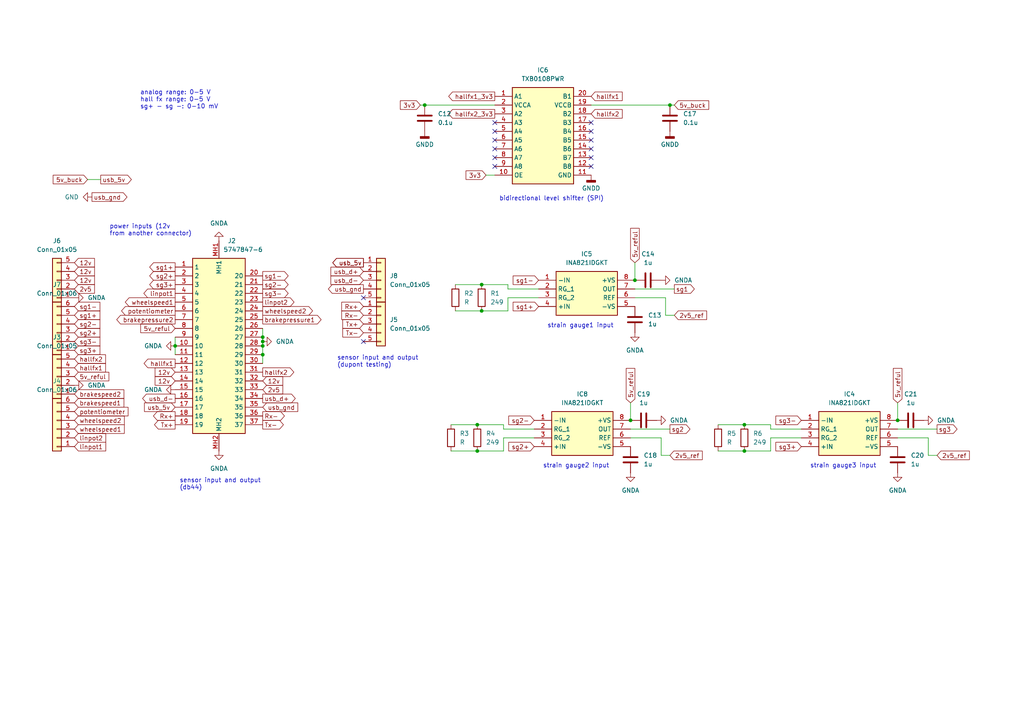
<source format=kicad_sch>
(kicad_sch (version 20230121) (generator eeschema)
  (paper "A4")
  (lib_symbols
    (symbol "21xt_symbols:5747847-6"
      (property "Reference" "J" (at 57.15 12.7 0))
      (property "Value" "5747847-6" (at 57.15 10.16 0))
      (symbol "5747847-6_1_1"
        (rectangle (start 5.08 7.62) (end 55.88 -7.62) (stroke (width 0.254)) (fill (type background)))
        (pin passive line (at 53.34 12.7 270) (length 5.08) (name "1") (number "1"))
        (pin passive line (at 30.48 12.7 270) (length 5.08) (name "10") (number "10"))
        (pin passive line (at 27.94 12.7 270) (length 5.08) (name "11") (number "11"))
        (pin passive line (at 25.4 12.7 270) (length 5.08) (name "12") (number "12"))
        (pin passive line (at 22.86 12.7 270) (length 5.08) (name "13") (number "13"))
        (pin passive line (at 20.32 12.7 270) (length 5.08) (name "14") (number "14"))
        (pin passive line (at 17.78 12.7 270) (length 5.08) (name "15") (number "15"))
        (pin passive line (at 15.24 12.7 270) (length 5.08) (name "16") (number "16"))
        (pin passive line (at 12.7 12.7 270) (length 5.08) (name "17") (number "17"))
        (pin passive line (at 10.16 12.7 270) (length 5.08) (name "18") (number "18"))
        (pin passive line (at 7.62 12.7 270) (length 5.08) (name "19") (number "19"))
        (pin passive line (at 50.8 12.7 270) (length 5.08) (name "2") (number "2"))
        (pin passive line (at 50.8 -12.7 90) (length 5.08) (name "20") (number "20"))
        (pin passive line (at 48.26 -12.7 90) (length 5.08) (name "21") (number "21"))
        (pin passive line (at 45.72 -12.7 90) (length 5.08) (name "22") (number "22"))
        (pin passive line (at 43.18 -12.7 90) (length 5.08) (name "23") (number "23"))
        (pin passive line (at 40.64 -12.7 90) (length 5.08) (name "24") (number "24"))
        (pin passive line (at 38.1 -12.7 90) (length 5.08) (name "25") (number "25"))
        (pin passive line (at 35.56 -12.7 90) (length 5.08) (name "26") (number "26"))
        (pin passive line (at 33.02 -12.7 90) (length 5.08) (name "27") (number "27"))
        (pin passive line (at 30.48 -12.7 90) (length 5.08) (name "28") (number "28"))
        (pin passive line (at 27.94 -12.7 90) (length 5.08) (name "29") (number "29"))
        (pin passive line (at 48.26 12.7 270) (length 5.08) (name "3") (number "3"))
        (pin passive line (at 25.4 -12.7 90) (length 5.08) (name "30") (number "30"))
        (pin passive line (at 22.86 -12.7 90) (length 5.08) (name "31") (number "31"))
        (pin passive line (at 20.32 -12.7 90) (length 5.08) (name "32") (number "32"))
        (pin passive line (at 17.78 -12.7 90) (length 5.08) (name "33") (number "33"))
        (pin passive line (at 15.24 -12.7 90) (length 5.08) (name "34") (number "34"))
        (pin passive line (at 12.7 -12.7 90) (length 5.08) (name "35") (number "35"))
        (pin passive line (at 10.16 -12.7 90) (length 5.08) (name "36") (number "36"))
        (pin passive line (at 7.62 -12.7 90) (length 5.08) (name "37") (number "37"))
        (pin passive line (at 45.72 12.7 270) (length 5.08) (name "4") (number "4"))
        (pin passive line (at 43.18 12.7 270) (length 5.08) (name "5") (number "5"))
        (pin passive line (at 40.64 12.7 270) (length 5.08) (name "6") (number "6"))
        (pin passive line (at 38.1 12.7 270) (length 5.08) (name "7") (number "7"))
        (pin passive line (at 35.56 12.7 270) (length 5.08) (name "8") (number "8"))
        (pin passive line (at 33.02 12.7 270) (length 5.08) (name "9") (number "9"))
        (pin passive line (at 60.96 0 180) (length 5.08) (name "MH1") (number "MH1"))
        (pin passive line (at 0 0 0) (length 5.08) (name "MH2") (number "MH2"))
      )
    )
    (symbol "21xt_symbols:INA821IDGKT"
      (property "Reference" "IC" (at 24.13 7.62 0))
      (property "Value" "INA821IDGKT" (at 24.13 5.08 0))
      (symbol "INA821IDGKT_1_1"
        (rectangle (start 5.08 2.54) (end 22.86 -10.16) (stroke (width 0.254)) (fill (type background)))
        (pin input line (at 0 0 0) (length 5.08) (name "-IN") (number "1"))
        (pin passive line (at 0 -2.54 0) (length 5.08) (name "RG_1") (number "2"))
        (pin passive line (at 0 -5.08 0) (length 5.08) (name "RG_2") (number "3"))
        (pin input line (at 0 -7.62 0) (length 5.08) (name "+IN") (number "4"))
        (pin power_in line (at 27.94 -7.62 180) (length 5.08) (name "-VS") (number "5"))
        (pin passive line (at 27.94 -5.08 180) (length 5.08) (name "REF") (number "6"))
        (pin output line (at 27.94 -2.54 180) (length 5.08) (name "OUT") (number "7"))
        (pin power_in line (at 27.94 0 180) (length 5.08) (name "+VS") (number "8"))
      )
    )
    (symbol "21xt_symbols:TXB0108PWR"
      (property "Reference" "IC" (at 24.13 7.62 0))
      (property "Value" "TXB0108PWR" (at 24.13 5.08 0))
      (symbol "TXB0108PWR_1_1"
        (rectangle (start 5.08 2.54) (end 22.86 -25.4) (stroke (width 0.254)) (fill (type background)))
        (pin passive line (at 0 0 0) (length 5.08) (name "A1") (number "1"))
        (pin passive line (at 0 -22.86 0) (length 5.08) (name "OE") (number "10"))
        (pin passive line (at 27.94 -22.86 180) (length 5.08) (name "GND") (number "11"))
        (pin passive line (at 27.94 -20.32 180) (length 5.08) (name "B8") (number "12"))
        (pin passive line (at 27.94 -17.78 180) (length 5.08) (name "B7") (number "13"))
        (pin passive line (at 27.94 -15.24 180) (length 5.08) (name "B6") (number "14"))
        (pin passive line (at 27.94 -12.7 180) (length 5.08) (name "B5") (number "15"))
        (pin passive line (at 27.94 -10.16 180) (length 5.08) (name "B4") (number "16"))
        (pin passive line (at 27.94 -7.62 180) (length 5.08) (name "B3") (number "17"))
        (pin passive line (at 27.94 -5.08 180) (length 5.08) (name "B2") (number "18"))
        (pin passive line (at 27.94 -2.54 180) (length 5.08) (name "VCCB") (number "19"))
        (pin passive line (at 0 -2.54 0) (length 5.08) (name "VCCA") (number "2"))
        (pin passive line (at 27.94 0 180) (length 5.08) (name "B1") (number "20"))
        (pin passive line (at 0 -5.08 0) (length 5.08) (name "A2") (number "3"))
        (pin passive line (at 0 -7.62 0) (length 5.08) (name "A3") (number "4"))
        (pin passive line (at 0 -10.16 0) (length 5.08) (name "A4") (number "5"))
        (pin passive line (at 0 -12.7 0) (length 5.08) (name "A5") (number "6"))
        (pin passive line (at 0 -15.24 0) (length 5.08) (name "A6") (number "7"))
        (pin passive line (at 0 -17.78 0) (length 5.08) (name "A7") (number "8"))
        (pin passive line (at 0 -20.32 0) (length 5.08) (name "A8") (number "9"))
      )
    )
    (symbol "Connector_Generic:Conn_01x05" (pin_names (offset 1.016) hide)
      (property "Reference" "J" (at 0 7.62 0))
      (property "Value" "Conn_01x05" (at 0 -7.62 0))
      (symbol "Conn_01x05_1_1"
        (rectangle (start -1.27 -4.953) (end 0 -5.207) (stroke (width 0.1524)))
        (rectangle (start -1.27 -2.413) (end 0 -2.667) (stroke (width 0.1524)))
        (rectangle (start -1.27 0.127) (end 0 -0.127) (stroke (width 0.1524)))
        (rectangle (start -1.27 2.667) (end 0 2.413) (stroke (width 0.1524)))
        (rectangle (start -1.27 5.207) (end 0 4.953) (stroke (width 0.1524)))
        (rectangle (start -1.27 6.35) (end 1.27 -6.35) (stroke (width 0.254)) (fill (type background)))
        (pin passive line (at -5.08 5.08 0) (length 3.81) (name "Pin_1") (number "1"))
        (pin passive line (at -5.08 2.54 0) (length 3.81) (name "Pin_2") (number "2"))
        (pin passive line (at -5.08 0 0) (length 3.81) (name "Pin_3") (number "3"))
        (pin passive line (at -5.08 -2.54 0) (length 3.81) (name "Pin_4") (number "4"))
        (pin passive line (at -5.08 -5.08 0) (length 3.81) (name "Pin_5") (number "5"))
      )
    )
    (symbol "Connector_Generic:Conn_01x06" (pin_names (offset 1.016) hide)
      (property "Reference" "J" (at 0 7.62 0))
      (property "Value" "Conn_01x06" (at 0 -10.16 0))
      (symbol "Conn_01x06_1_1"
        (rectangle (start -1.27 -7.493) (end 0 -7.747) (stroke (width 0.1524)))
        (rectangle (start -1.27 -4.953) (end 0 -5.207) (stroke (width 0.1524)))
        (rectangle (start -1.27 -2.413) (end 0 -2.667) (stroke (width 0.1524)))
        (rectangle (start -1.27 0.127) (end 0 -0.127) (stroke (width 0.1524)))
        (rectangle (start -1.27 2.667) (end 0 2.413) (stroke (width 0.1524)))
        (rectangle (start -1.27 5.207) (end 0 4.953) (stroke (width 0.1524)))
        (rectangle (start -1.27 6.35) (end 1.27 -8.89) (stroke (width 0.254)) (fill (type background)))
        (pin passive line (at -5.08 5.08 0) (length 3.81) (name "Pin_1") (number "1"))
        (pin passive line (at -5.08 2.54 0) (length 3.81) (name "Pin_2") (number "2"))
        (pin passive line (at -5.08 0 0) (length 3.81) (name "Pin_3") (number "3"))
        (pin passive line (at -5.08 -2.54 0) (length 3.81) (name "Pin_4") (number "4"))
        (pin passive line (at -5.08 -5.08 0) (length 3.81) (name "Pin_5") (number "5"))
        (pin passive line (at -5.08 -7.62 0) (length 3.81) (name "Pin_6") (number "6"))
      )
    )
    (symbol "Device:C" (pin_numbers hide) (pin_names (offset 0.254))
      (property "Reference" "C" (at 0.635 2.54 0))
      (property "Value" "C" (at 0.635 -2.54 0))
      (symbol "C_0_1"
        (polyline (pts (xy -2.032 -0.762) (xy 2.032 -0.762)) (stroke (width 0.508)))
        (polyline (pts (xy -2.032 0.762) (xy 2.032 0.762)) (stroke (width 0.508)))
      )
      (symbol "C_1_1"
        (pin passive line (at 0 3.81 270) (length 2.794) (name "~") (number "1"))
        (pin passive line (at 0 -3.81 90) (length 2.794) (name "~") (number "2"))
      )
    )
    (symbol "Device:R" (pin_numbers hide) (pin_names (offset 0))
      (property "Reference" "R" (at 2.032 0 90))
      (property "Value" "R" (at 0 0 90))
      (symbol "R_0_1"
        (rectangle (start -1.016 -2.54) (end 1.016 2.54) (stroke (width 0.254)))
      )
      (symbol "R_1_1"
        (pin passive line (at 0 3.81 270) (length 1.27) (name "~") (number "1"))
        (pin passive line (at 0 -3.81 90) (length 1.27) (name "~") (number "2"))
      )
    )
    (symbol "power:GND" (power) (pin_names (offset 0))
      (property "Value" "GND" (at 0 -3.81 0))
      (symbol "GND_0_1"
        (polyline (pts (xy 0 0) (xy 0 -1.27) (xy 1.27 -1.27) (xy 0 -2.54) (xy -1.27 -1.27) (xy 0 -1.27)))
      )
      (symbol "GND_1_1"
        (pin power_in line (at 0 0 270) (length 0) hide (name "GND") (number "1"))
      )
    )
    (symbol "power:GNDA" (power) (pin_names (offset 0))
      (property "Value" "GNDA" (at 0 -3.81 0))
      (symbol "GNDA_0_1"
        (polyline (pts (xy 0 0) (xy 0 -1.27) (xy 1.27 -1.27) (xy 0 -2.54) (xy -1.27 -1.27) (xy 0 -1.27)))
      )
      (symbol "GNDA_1_1"
        (pin power_in line (at 0 0 270) (length 0) hide (name "GNDA") (number "1"))
      )
    )
    (symbol "power:GNDD" (power) (pin_names (offset 0))
      (property "Value" "GNDD" (at 0 -3.175 0))
      (symbol "GNDD_0_1"
        (rectangle (start -1.27 -1.524) (end 1.27 -2.032) (stroke (width 0.254)) (fill (type outline)))
        (polyline (pts (xy 0 0) (xy 0 -1.524)))
      )
      (symbol "GNDD_1_1"
        (pin power_in line (at 0 0 270) (length 0) hide (name "GNDD") (number "1"))
      )
    )
  )
  (junction (at 76.2 102.87))
  (junction (at 139.7 82.55))
  (junction (at 215.9 130.81))
  (junction (at 184.15 81.28))
  (junction (at 138.43 130.81))
  (junction (at 260.35 121.92))
  (junction (at 182.88 121.92))
  (junction (at 194.31 30.48))
  (junction (at 50.8 100.33))
  (junction (at 123.19 30.48))
  (junction (at 76.2 99.06))
  (junction (at 139.7 90.17))
  (junction (at 76.2 100.33))
  (junction (at 215.9 123.19))
  (junction (at 138.43 123.19))
  (junction (at 76.2 97.79))
  (no_connect (at 143.51 43.18))
  (no_connect (at 171.45 35.56))
  (no_connect (at 171.45 45.72))
  (no_connect (at 143.51 40.64))
  (no_connect (at 143.51 45.72))
  (no_connect (at 143.51 38.1))
  (no_connect (at 105.41 86.36))
  (no_connect (at 105.41 99.06))
  (no_connect (at 171.45 38.1))
  (no_connect (at 171.45 40.64))
  (no_connect (at 143.51 35.56))
  (no_connect (at 171.45 48.26))
  (no_connect (at 171.45 43.18))
  (no_connect (at 143.51 48.26))
  (wire (pts (xy 147.32 82.55) (xy 147.32 83.82)))
  (wire (pts (xy 121.92 30.48) (xy 123.19 30.48)))
  (wire (pts (xy 193.04 91.44) (xy 195.58 91.44)))
  (wire (pts (xy 147.32 86.36) (xy 147.32 90.17)))
  (wire (pts (xy 215.9 130.81) (xy 223.52 130.81)))
  (wire (pts (xy 260.35 124.46) (xy 271.78 124.46)))
  (wire (pts (xy 260.35 127) (xy 269.24 127)))
  (wire (pts (xy 191.77 132.08) (xy 194.31 132.08)))
  (wire (pts (xy 182.88 124.46) (xy 194.31 124.46)))
  (wire (pts (xy 232.41 127) (xy 223.52 127)))
  (wire (pts (xy 147.32 83.82) (xy 156.21 83.82)))
  (wire (pts (xy 184.15 86.36) (xy 193.04 86.36)))
  (wire (pts (xy 25.4 52.07) (xy 29.21 52.07)))
  (wire (pts (xy 76.2 95.25) (xy 76.2 97.79)))
  (wire (pts (xy 132.08 90.17) (xy 139.7 90.17)))
  (wire (pts (xy 130.81 123.19) (xy 138.43 123.19)))
  (wire (pts (xy 194.31 30.48) (xy 195.58 30.48)))
  (wire (pts (xy 184.15 83.82) (xy 195.58 83.82)))
  (wire (pts (xy 140.97 50.8) (xy 143.51 50.8)))
  (wire (pts (xy 50.8 102.87) (xy 50.8 100.33)))
  (wire (pts (xy 208.28 130.81) (xy 215.9 130.81)))
  (wire (pts (xy 138.43 123.19) (xy 146.05 123.19)))
  (wire (pts (xy 215.9 123.19) (xy 223.52 123.19)))
  (wire (pts (xy 139.7 82.55) (xy 147.32 82.55)))
  (wire (pts (xy 260.35 116.84) (xy 260.35 121.92)))
  (wire (pts (xy 132.08 82.55) (xy 139.7 82.55)))
  (wire (pts (xy 182.88 116.84) (xy 182.88 121.92)))
  (wire (pts (xy 208.28 123.19) (xy 215.9 123.19)))
  (wire (pts (xy 223.52 123.19) (xy 223.52 124.46)))
  (wire (pts (xy 76.2 99.06) (xy 76.2 100.33)))
  (wire (pts (xy 269.24 127) (xy 269.24 132.08)))
  (wire (pts (xy 184.15 76.2) (xy 184.15 81.28)))
  (wire (pts (xy 191.77 127) (xy 191.77 132.08)))
  (wire (pts (xy 269.24 132.08) (xy 271.78 132.08)))
  (wire (pts (xy 156.21 86.36) (xy 147.32 86.36)))
  (wire (pts (xy 193.04 86.36) (xy 193.04 91.44)))
  (wire (pts (xy 182.88 127) (xy 191.77 127)))
  (wire (pts (xy 50.8 97.79) (xy 50.8 100.33)))
  (wire (pts (xy 130.81 130.81) (xy 138.43 130.81)))
  (wire (pts (xy 223.52 127) (xy 223.52 130.81)))
  (wire (pts (xy 146.05 124.46) (xy 154.94 124.46)))
  (wire (pts (xy 171.45 30.48) (xy 194.31 30.48)))
  (wire (pts (xy 76.2 97.79) (xy 76.2 99.06)))
  (wire (pts (xy 123.19 30.48) (xy 143.51 30.48)))
  (wire (pts (xy 223.52 124.46) (xy 232.41 124.46)))
  (wire (pts (xy 139.7 90.17) (xy 147.32 90.17)))
  (wire (pts (xy 76.2 100.33) (xy 76.2 102.87)))
  (wire (pts (xy 154.94 127) (xy 146.05 127)))
  (wire (pts (xy 76.2 102.87) (xy 76.2 105.41)))
  (wire (pts (xy 146.05 127) (xy 146.05 130.81)))
  (wire (pts (xy 138.43 130.81) (xy 146.05 130.81)))
  (wire (pts (xy 146.05 123.19) (xy 146.05 124.46)))
  (text "bidirectional level shifter (SPI)" (at 144.78 58.42 0) (effects (font (size 1.27 1.27)) (justify left bottom)))
  (text "power inputs (12v \nfrom another connector)" (at 31.75 68.58 0) (effects (font (size 1.27 1.27)) (justify left bottom)))
  (text "strain gauge3 input" (at 234.95 135.89 0) (effects (font (size 1.27 1.27)) (justify left bottom)))
  (text "strain gauge1 input" (at 158.75 95.25 0) (effects (font (size 1.27 1.27)) (justify left bottom)))
  (text "sensor input and output\n(db44)" (at 52.07 142.24 0) (effects (font (size 1.27 1.27)) (justify left bottom)))
  (text "strain gauge2 input" (at 157.48 135.89 0) (effects (font (size 1.27 1.27)) (justify left bottom)))
  (text "analog range: 0-5 V\nhall fx range: 0-5 V\nsg+ - sg -: 0-10 mV" (at 40.64 31.75 0) (effects (font (size 1.27 1.27)) (justify left bottom)))
  (text "sensor input and output\n(dupont testing)\n" (at 97.79 106.68 0) (effects (font (size 1.27 1.27)) (justify left bottom)))
  (global_label "sg1+" (shape input) (at 156.21 88.9 180) (property "Intersheetrefs" "${INTERSHEET_REFS}" (effects hide)))
  (global_label "hallfx2" (shape output) (at 76.2 107.95 0) (property "Intersheetrefs" "${INTERSHEET_REFS}" (effects hide)))
  (global_label "2v5" (shape input) (at 21.59 83.82 0) (property "Intersheetrefs" "${INTERSHEET_REFS}" (effects hide)))
  (global_label "usb_5v" (shape output) (at 105.41 76.2 180) (property "Intersheetrefs" "${INTERSHEET_REFS}" (effects hide)))
  (global_label "hallfx2_3v3" (shape output) (at 143.51 33.02 180) (property "Intersheetrefs" "${INTERSHEET_REFS}" (effects hide)))
  (global_label "wheelspeed1" (shape input) (at 21.59 124.46 0) (property "Intersheetrefs" "${INTERSHEET_REFS}" (effects hide)))
  (global_label "Rx+" (shape input) (at 105.41 88.9 180) (property "Intersheetrefs" "${INTERSHEET_REFS}" (effects hide)))
  (global_label "12v" (shape input) (at 50.8 110.49 180) (property "Intersheetrefs" "${INTERSHEET_REFS}" (effects hide)))
  (global_label "2v5" (shape input) (at 76.2 113.03 0) (property "Intersheetrefs" "${INTERSHEET_REFS}" (effects hide)))
  (global_label "2v5_ref" (shape input) (at 271.78 132.08 0) (property "Intersheetrefs" "${INTERSHEET_REFS}" (effects hide)))
  (global_label "12v" (shape input) (at 76.2 110.49 0) (property "Intersheetrefs" "${INTERSHEET_REFS}" (effects hide)))
  (global_label "hallfx1" (shape output) (at 50.8 105.41 180) (property "Intersheetrefs" "${INTERSHEET_REFS}" (effects hide)))
  (global_label "hallfx2" (shape input) (at 21.59 104.14 0) (property "Intersheetrefs" "${INTERSHEET_REFS}" (effects hide)))
  (global_label "5v_reful" (shape input) (at 21.59 109.22 0) (property "Intersheetrefs" "${INTERSHEET_REFS}" (effects hide)))
  (global_label "linpot2" (shape input) (at 21.59 127 0) (property "Intersheetrefs" "${INTERSHEET_REFS}" (effects hide)))
  (global_label "usb_gnd" (shape input) (at 76.2 118.11 0) (property "Intersheetrefs" "${INTERSHEET_REFS}" (effects hide)))
  (global_label "sg3+" (shape output) (at 50.8 82.55 180) (property "Intersheetrefs" "${INTERSHEET_REFS}" (effects hide)))
  (global_label "potentiometer" (shape output) (at 50.8 90.17 180) (property "Intersheetrefs" "${INTERSHEET_REFS}" (effects hide)))
  (global_label "brakepressure2" (shape output) (at 50.8 92.71 180) (property "Intersheetrefs" "${INTERSHEET_REFS}" (effects hide)))
  (global_label "12v" (shape input) (at 50.8 107.95 180) (property "Intersheetrefs" "${INTERSHEET_REFS}" (effects hide)))
  (global_label "sg2-" (shape input) (at 21.59 93.98 0) (property "Intersheetrefs" "${INTERSHEET_REFS}" (effects hide)))
  (global_label "usb_gnd" (shape output) (at 26.67 57.15 0) (property "Intersheetrefs" "${INTERSHEET_REFS}" (effects hide)))
  (global_label "sg3" (shape output) (at 271.78 124.46 0) (property "Intersheetrefs" "${INTERSHEET_REFS}" (effects hide)))
  (global_label "hallfx2" (shape input) (at 171.45 33.02 0) (property "Intersheetrefs" "${INTERSHEET_REFS}" (effects hide)))
  (global_label "5v_reful" (shape input) (at 50.8 95.25 180) (property "Intersheetrefs" "${INTERSHEET_REFS}" (effects hide)))
  (global_label "5v_reful" (shape input) (at 182.88 116.84 90) (property "Intersheetrefs" "${INTERSHEET_REFS}" (effects hide)))
  (global_label "sg2+" (shape output) (at 50.8 80.01 180) (property "Intersheetrefs" "${INTERSHEET_REFS}" (effects hide)))
  (global_label "Rx+" (shape output) (at 50.8 120.65 180) (property "Intersheetrefs" "${INTERSHEET_REFS}" (effects hide)))
  (global_label "wheelspeed2" (shape input) (at 21.59 121.92 0) (property "Intersheetrefs" "${INTERSHEET_REFS}" (effects hide)))
  (global_label "usb_5v" (shape output) (at 29.21 52.07 0) (property "Intersheetrefs" "${INTERSHEET_REFS}" (effects hide)))
  (global_label "2v5_ref" (shape input) (at 194.31 132.08 0) (property "Intersheetrefs" "${INTERSHEET_REFS}" (effects hide)))
  (global_label "linpot1" (shape output) (at 50.8 85.09 180) (property "Intersheetrefs" "${INTERSHEET_REFS}" (effects hide)))
  (global_label "usb_5v" (shape output) (at 105.41 76.2 180) (property "Intersheetrefs" "${INTERSHEET_REFS}" (effects hide)))
  (global_label "sg1" (shape output) (at 195.58 83.82 0) (property "Intersheetrefs" "${INTERSHEET_REFS}" (effects hide)))
  (global_label "potentiometer" (shape input) (at 21.59 119.38 0) (property "Intersheetrefs" "${INTERSHEET_REFS}" (effects hide)))
  (global_label "2v5_ref" (shape input) (at 195.58 91.44 0) (property "Intersheetrefs" "${INTERSHEET_REFS}" (effects hide)))
  (global_label "sg2" (shape output) (at 194.31 124.46 0) (property "Intersheetrefs" "${INTERSHEET_REFS}" (effects hide)))
  (global_label "sg2+" (shape input) (at 21.59 96.52 0) (property "Intersheetrefs" "${INTERSHEET_REFS}" (effects hide)))
  (global_label "sg1-" (shape input) (at 21.59 88.9 0) (property "Intersheetrefs" "${INTERSHEET_REFS}" (effects hide)))
  (global_label "Tx-" (shape input) (at 105.41 96.52 180) (property "Intersheetrefs" "${INTERSHEET_REFS}" (effects hide)))
  (global_label "sg2+" (shape input) (at 154.94 129.54 180) (property "Intersheetrefs" "${INTERSHEET_REFS}" (effects hide)))
  (global_label "3v3" (shape input) (at 140.97 50.8 180) (property "Intersheetrefs" "${INTERSHEET_REFS}" (effects hide)))
  (global_label "Tx+" (shape output) (at 50.8 123.19 180) (property "Intersheetrefs" "${INTERSHEET_REFS}" (effects hide)))
  (global_label "usb_d+" (shape input) (at 105.41 78.74 180) (property "Intersheetrefs" "${INTERSHEET_REFS}" (effects hide)))
  (global_label "wheelspeed2" (shape output) (at 76.2 90.17 0) (property "Intersheetrefs" "${INTERSHEET_REFS}" (effects hide)))
  (global_label "sg3-" (shape input) (at 232.41 121.92 180) (property "Intersheetrefs" "${INTERSHEET_REFS}" (effects hide)))
  (global_label "3v3" (shape input) (at 121.92 30.48 180) (property "Intersheetrefs" "${INTERSHEET_REFS}" (effects hide)))
  (global_label "brakepressure1" (shape output) (at 76.2 92.71 0) (property "Intersheetrefs" "${INTERSHEET_REFS}" (effects hide)))
  (global_label "Tx+" (shape input) (at 105.41 93.98 180) (property "Intersheetrefs" "${INTERSHEET_REFS}" (effects hide)))
  (global_label "5v_reful" (shape input) (at 184.15 76.2 90) (property "Intersheetrefs" "${INTERSHEET_REFS}" (effects hide)))
  (global_label "hallfx1_3v3" (shape output) (at 143.51 27.94 180) (property "Intersheetrefs" "${INTERSHEET_REFS}" (effects hide)))
  (global_label "hallfx1" (shape input) (at 171.45 27.94 0) (property "Intersheetrefs" "${INTERSHEET_REFS}" (effects hide)))
  (global_label "5v_buck" (shape input) (at 25.4 52.07 180) (property "Intersheetrefs" "${INTERSHEET_REFS}" (effects hide)))
  (global_label "usb_d+" (shape output) (at 76.2 115.57 0) (property "Intersheetrefs" "${INTERSHEET_REFS}" (effects hide)))
  (global_label "Rx-" (shape output) (at 76.2 120.65 0) (property "Intersheetrefs" "${INTERSHEET_REFS}" (effects hide)))
  (global_label "sg2-" (shape output) (at 76.2 82.55 0) (property "Intersheetrefs" "${INTERSHEET_REFS}" (effects hide)))
  (global_label "Tx-" (shape output) (at 76.2 123.19 0) (property "Intersheetrefs" "${INTERSHEET_REFS}" (effects hide)))
  (global_label "sg2-" (shape input) (at 154.94 121.92 180) (property "Intersheetrefs" "${INTERSHEET_REFS}" (effects hide)))
  (global_label "sg3-" (shape output) (at 76.2 85.09 0) (property "Intersheetrefs" "${INTERSHEET_REFS}" (effects hide)))
  (global_label "sg1-" (shape output) (at 76.2 80.01 0) (property "Intersheetrefs" "${INTERSHEET_REFS}" (effects hide)))
  (global_label "usb_gnd" (shape output) (at 105.41 83.82 180) (property "Intersheetrefs" "${INTERSHEET_REFS}" (effects hide)))
  (global_label "brakespeed1" (shape input) (at 21.59 116.84 0) (property "Intersheetrefs" "${INTERSHEET_REFS}" (effects hide)))
  (global_label "sg3+" (shape input) (at 21.59 101.6 0) (property "Intersheetrefs" "${INTERSHEET_REFS}" (effects hide)))
  (global_label "sg1+" (shape output) (at 50.8 77.47 180) (property "Intersheetrefs" "${INTERSHEET_REFS}" (effects hide)))
  (global_label "wheelspeed1" (shape output) (at 50.8 87.63 180) (property "Intersheetrefs" "${INTERSHEET_REFS}" (effects hide)))
  (global_label "12v" (shape input) (at 21.59 76.2 0) (property "Intersheetrefs" "${INTERSHEET_REFS}" (effects hide)))
  (global_label "12v" (shape input) (at 21.59 81.28 0) (property "Intersheetrefs" "${INTERSHEET_REFS}" (effects hide)))
  (global_label "Rx-" (shape input) (at 105.41 91.44 180) (property "Intersheetrefs" "${INTERSHEET_REFS}" (effects hide)))
  (global_label "usb_d-" (shape input) (at 105.41 81.28 180) (property "Intersheetrefs" "${INTERSHEET_REFS}" (effects hide)))
  (global_label "linpot2" (shape output) (at 76.2 87.63 0) (property "Intersheetrefs" "${INTERSHEET_REFS}" (effects hide)))
  (global_label "hallfx1" (shape input) (at 21.59 106.68 0) (property "Intersheetrefs" "${INTERSHEET_REFS}" (effects hide)))
  (global_label "5v_reful" (shape input) (at 260.35 116.84 90) (property "Intersheetrefs" "${INTERSHEET_REFS}" (effects hide)))
  (global_label "sg3+" (shape input) (at 232.41 129.54 180) (property "Intersheetrefs" "${INTERSHEET_REFS}" (effects hide)))
  (global_label "linpot1" (shape input) (at 21.59 129.54 0) (property "Intersheetrefs" "${INTERSHEET_REFS}" (effects hide)))
  (global_label "5v_buck" (shape input) (at 195.58 30.48 0) (property "Intersheetrefs" "${INTERSHEET_REFS}" (effects hide)))
  (global_label "brakespeed2" (shape input) (at 21.59 114.3 0) (property "Intersheetrefs" "${INTERSHEET_REFS}" (effects hide)))
  (global_label "sg1+" (shape input) (at 21.59 91.44 0) (property "Intersheetrefs" "${INTERSHEET_REFS}" (effects hide)))
  (global_label "sg3-" (shape input) (at 21.59 99.06 0) (property "Intersheetrefs" "${INTERSHEET_REFS}" (effects hide)))
  (global_label "12v" (shape input) (at 21.59 78.74 0) (property "Intersheetrefs" "${INTERSHEET_REFS}" (effects hide)))
  (global_label "usb_d-" (shape output) (at 50.8 115.57 180) (property "Intersheetrefs" "${INTERSHEET_REFS}" (effects hide)))
  (global_label "sg1-" (shape input) (at 156.21 81.28 180) (property "Intersheetrefs" "${INTERSHEET_REFS}" (effects hide)))
  (global_label "usb_5v" (shape input) (at 50.8 118.11 180) (property "Intersheetrefs" "${INTERSHEET_REFS}" (effects hide)))
  (symbol (lib_id "Device:C") (at 194.31 34.29 0) (unit 1)
    (property "Reference" "C17" (at 198.12 33.02 0) (effects (justify left)))
    (property "Value" "0.1u" (at 198.12 35.56 0) (effects (justify left)))
    (property "Footprint" "Capacitor_SMD:C_0603_1608Metric" (effects hide))
  )
  (symbol (lib_id "power:GNDA") (at 184.15 96.52 0) (unit 1)
    (property "Reference" "#PWR025" (effects hide))
    (property "Value" "GNDA" (at 184.15 101.6 0))
  )
  (symbol (lib_id "power:GNDA") (at 260.35 137.16 0) (unit 1)
    (property "Reference" "#PWR032" (effects hide))
    (property "Value" "GNDA" (at 260.35 142.24 0))
  )
  (symbol (lib_id "21xt_symbols:INA821IDGKT") (at 154.94 121.92 0) (unit 1)
    (property "Reference" "IC8" (at 168.91 114.3 0))
    (property "Value" "INA821IDGKT" (at 168.91 116.84 0))
    (property "Footprint" "21xt_footprints:SOP65P490X110-8N" (effects hide))
    (property "Datasheet" "http://www.ti.com/lit/ds/symlink/ina821.pdf" (effects hide))
    (property "Height" "1.1" (effects hide))
    (property "Mouser Part Number" "595-INA821IDGKT" (effects hide))
    (property "Mouser Price/Stock" "https://www.mouser.co.uk/ProductDetail/Texas-Instruments/INA821IDGKT?qs=LDGDZb5k%2F%252B8diOW5CeiHfQ%3D%3D" (effects hide))
    (property "Manufacturer_Name" "Texas Instruments" (effects hide))
    (property "Manufacturer_Part_Number" "INA821IDGKT" (effects hide))
  )
  (symbol (lib_id "Device:R") (at 130.81 127 0) (unit 1)
    (property "Reference" "R3" (at 133.35 125.73 0) (effects (justify left)))
    (property "Value" "R" (at 133.35 128.27 0) (effects (justify left)))
    (property "Footprint" "Resistor_SMD:R_0603_1608Metric" (effects hide))
  )
  (symbol (lib_id "power:GNDA") (at 191.77 81.28 90) (unit 1)
    (property "Reference" "#PWR022" (effects hide))
    (property "Value" "GNDA" (at 195.58 81.28 90) (effects (justify right)))
  )
  (symbol (lib_id "Connector_Generic:Conn_01x05") (at 16.51 109.22 180) (unit 1)
    (property "Reference" "J3" (at 16.51 97.79 0))
    (property "Value" "Conn_01x05" (at 16.51 100.33 0))
    (property "Footprint" "Connector_JST:JST_EH_B5B-EH-A_1x05_P2.50mm_Vertical" (effects hide))
  )
  (symbol (lib_id "power:GNDA") (at 182.88 137.16 0) (unit 1)
    (property "Reference" "#PWR023" (effects hide))
    (property "Value" "GNDA" (at 182.88 142.24 0))
  )
  (symbol (lib_id "Device:R") (at 138.43 127 0) (unit 1)
    (property "Reference" "R4" (at 140.97 125.73 0) (effects (justify left)))
    (property "Value" "249" (at 140.97 128.27 0) (effects (justify left)))
    (property "Footprint" "Resistor_SMD:R_0603_1608Metric" (effects hide))
  )
  (symbol (lib_id "power:GNDA") (at 190.5 121.92 90) (unit 1)
    (property "Reference" "#PWR031" (effects hide))
    (property "Value" "GNDA" (at 194.31 121.92 90) (effects (justify right)))
  )
  (symbol (lib_id "Connector_Generic:Conn_01x05") (at 110.49 81.28 0) (unit 1)
    (property "Reference" "J8" (at 113.03 80.01 0) (effects (justify left)))
    (property "Value" "Conn_01x05" (at 113.03 82.55 0) (effects (justify left)))
    (property "Footprint" "Connector_JST:JST_EH_B5B-EH-A_1x05_P2.50mm_Vertical" (effects hide))
  )
  (symbol (lib_id "Connector_Generic:Conn_01x05") (at 110.49 93.98 0) (unit 1)
    (property "Reference" "J5" (at 113.03 92.71 0) (effects (justify left)))
    (property "Value" "Conn_01x05" (at 113.03 95.25 0) (effects (justify left)))
    (property "Footprint" "Connector_JST:JST_EH_B5B-EH-A_1x05_P2.50mm_Vertical" (effects hide))
  )
  (symbol (lib_id "power:GNDD") (at 123.19 38.1 0) (unit 1)
    (property "Reference" "#PWR015" (effects hide))
    (property "Value" "GNDD" (at 123.19 41.91 0))
  )
  (symbol (lib_id "Device:C") (at 187.96 81.28 90) (unit 1)
    (property "Reference" "C14" (at 187.96 73.66 90))
    (property "Value" "1u" (at 187.96 76.2 90))
    (property "Footprint" "Capacitor_SMD:C_0603_1608Metric" (effects hide))
  )
  (symbol (lib_id "Device:R") (at 132.08 86.36 0) (unit 1)
    (property "Reference" "R2" (at 134.62 85.09 0) (effects (justify left)))
    (property "Value" "R" (at 134.62 87.63 0) (effects (justify left)))
    (property "Footprint" "Resistor_SMD:R_0603_1608Metric" (effects hide))
  )
  (symbol (lib_id "power:GNDA") (at 21.59 86.36 90) (unit 1)
    (property "Reference" "#PWR038" (effects hide))
    (property "Value" "GNDA" (at 25.4 86.36 90) (effects (justify right)))
  )
  (symbol (lib_id "21xt_symbols:INA821IDGKT") (at 156.21 81.28 0) (unit 1)
    (property "Reference" "IC5" (at 170.18 73.66 0))
    (property "Value" "INA821IDGKT" (at 170.18 76.2 0))
    (property "Footprint" "21xt_footprints:SOP65P490X110-8N" (effects hide))
    (property "Datasheet" "http://www.ti.com/lit/ds/symlink/ina821.pdf" (effects hide))
    (property "Height" "1.1" (effects hide))
    (property "Mouser Part Number" "595-INA821IDGKT" (effects hide))
    (property "Mouser Price/Stock" "https://www.mouser.co.uk/ProductDetail/Texas-Instruments/INA821IDGKT?qs=LDGDZb5k%2F%252B8diOW5CeiHfQ%3D%3D" (effects hide))
    (property "Manufacturer_Name" "Texas Instruments" (effects hide))
    (property "Manufacturer_Part_Number" "INA821IDGKT" (effects hide))
  )
  (symbol (lib_id "Device:C") (at 123.19 34.29 0) (unit 1)
    (property "Reference" "C12" (at 127 33.02 0) (effects (justify left)))
    (property "Value" "0.1u" (at 127 35.56 0) (effects (justify left)))
    (property "Footprint" "Capacitor_SMD:C_0603_1608Metric" (effects hide))
  )
  (symbol (lib_id "power:GND") (at 26.67 57.15 270) (unit 1)
    (property "Reference" "#PWR050" (effects hide))
    (property "Value" "GND" (at 22.86 57.15 90) (effects (justify right)))
  )
  (symbol (lib_id "Connector_Generic:Conn_01x06") (at 16.51 96.52 180) (unit 1)
    (property "Reference" "J7" (at 16.51 82.55 0))
    (property "Value" "Conn_01x06" (at 16.51 85.09 0))
    (property "Footprint" "Connector_JST:JST_EH_B6B-EH-A_1x06_P2.50mm_Vertical" (effects hide))
  )
  (symbol (lib_id "power:GNDA") (at 267.97 121.92 90) (unit 1)
    (property "Reference" "#PWR033" (effects hide))
    (property "Value" "GNDA" (at 271.78 121.92 90) (effects (justify right)))
  )
  (symbol (lib_id "21xt_symbols:INA821IDGKT") (at 232.41 121.92 0) (unit 1)
    (property "Reference" "IC4" (at 246.38 114.3 0))
    (property "Value" "INA821IDGKT" (at 246.38 116.84 0))
    (property "Footprint" "21xt_footprints:SOP65P490X110-8N" (effects hide))
    (property "Datasheet" "http://www.ti.com/lit/ds/symlink/ina821.pdf" (effects hide))
    (property "Height" "1.1" (effects hide))
    (property "Mouser Part Number" "595-INA821IDGKT" (effects hide))
    (property "Mouser Price/Stock" "https://www.mouser.co.uk/ProductDetail/Texas-Instruments/INA821IDGKT?qs=LDGDZb5k%2F%252B8diOW5CeiHfQ%3D%3D" (effects hide))
    (property "Manufacturer_Name" "Texas Instruments" (effects hide))
    (property "Manufacturer_Part_Number" "INA821IDGKT" (effects hide))
  )
  (symbol (lib_id "Device:R") (at 215.9 127 0) (unit 1)
    (property "Reference" "R6" (at 218.44 125.73 0) (effects (justify left)))
    (property "Value" "249" (at 218.44 128.27 0) (effects (justify left)))
    (property "Footprint" "Resistor_SMD:R_0603_1608Metric" (effects hide))
  )
  (symbol (lib_id "Device:C") (at 184.15 92.71 0) (unit 1)
    (property "Reference" "C13" (at 187.96 91.44 0) (effects (justify left)))
    (property "Value" "1u" (at 187.96 93.98 0) (effects (justify left)))
    (property "Footprint" "Capacitor_SMD:C_0603_1608Metric" (effects hide))
  )
  (symbol (lib_id "power:GNDD") (at 194.31 38.1 0) (unit 1)
    (property "Reference" "#PWR028" (effects hide))
    (property "Value" "GNDD" (at 194.31 41.91 0))
  )
  (symbol (lib_id "power:GNDA") (at 63.5 130.81 0) (unit 1)
    (property "Reference" "#PWR059" (effects hide))
    (property "Value" "GNDA" (at 63.5 135.89 0))
  )
  (symbol (lib_id "Device:C") (at 264.16 121.92 90) (unit 1)
    (property "Reference" "C21" (at 264.16 114.3 90))
    (property "Value" "1u" (at 264.16 116.84 90))
    (property "Footprint" "Capacitor_SMD:C_0603_1608Metric" (effects hide))
  )
  (symbol (lib_id "power:GNDA") (at 76.2 99.06 90) (unit 1)
    (property "Reference" "#PWR011" (effects hide))
    (property "Value" "GNDA" (at 80.01 99.06 90) (effects (justify right)))
  )
  (symbol (lib_id "21xt_symbols:5747847-6") (at 63.5 130.81 90) (unit 1)
    (property "Reference" "J2" (at 66.04 69.85 90) (effects (justify right)))
    (property "Value" "5747847-6" (at 64.77 72.39 90) (effects (justify right)))
    (property "Footprint" "21xt_footprints:57478476" (effects hide))
    (property "Datasheet" "https://www.te.com/commerce/DocumentDelivery/DDEController?Action=srchrtrv&DocNm=82068_AMPLIMITE_Right-Angle_Posted_Conn&DocType=Catalog%20Section&DocLang=English&PartCntxt=5747847-6&DocFormat=pdf" (effects hide))
    (property "Height" "12.9286" (effects hide))
    (property "Manufacturer_Name" "TE Connectivity" (effects hide))
    (property "Manufacturer_Part_Number" "5747847-6" (effects hide))
    (property "Mouser Part Number" "571-5747847-6" (effects hide))
    (property "Mouser Price/Stock" "https://www.mouser.co.uk/ProductDetail/TE-Connectivity/5747847-6?qs=DUjmvCJSYRDRvMVFkAFvlQ%3D%3D" (effects hide))
    (property "Arrow Part Number" "5747847-6" (effects hide))
    (property "Arrow Price/Stock" "https://www.arrow.com/en/products/5747847-6/te-connectivity?region=nac" (effects hide))
  )
  (symbol (lib_id "Device:R") (at 139.7 86.36 0) (unit 1)
    (property "Reference" "R1" (at 142.24 85.09 0) (effects (justify left)))
    (property "Value" "249" (at 142.24 87.63 0) (effects (justify left)))
    (property "Footprint" "Resistor_SMD:R_0603_1608Metric" (effects hide))
  )
  (symbol (lib_id "21xt_symbols:TXB0108PWR") (at 143.51 27.94 0) (unit 1)
    (property "Reference" "IC6" (at 157.48 20.32 0))
    (property "Value" "TXB0108PWR" (at 157.48 22.86 0))
    (property "Footprint" "21xt_footprints:SOP65P640X120-20N" (effects hide))
    (property "Datasheet" "http://www.ti.com/lit/ds/symlink/txb0108.pdf" (effects hide))
    (property "Height" "1.2" (effects hide))
    (property "Mouser Part Number" "595-TXB0108PWR" (effects hide))
    (property "Mouser Price/Stock" "https://www.mouser.co.uk/ProductDetail/Texas-Instruments/TXB0108PWR?qs=oFXvjAmG9EgEUWGWzOVFCA%3D%3D" (effects hide))
    (property "Manufacturer_Name" "Texas Instruments" (effects hide))
    (property "Manufacturer_Part_Number" "TXB0108PWR" (effects hide))
  )
  (symbol (lib_id "Device:C") (at 182.88 133.35 0) (unit 1)
    (property "Reference" "C18" (at 186.69 132.08 0) (effects (justify left)))
    (property "Value" "1u" (at 186.69 134.62 0) (effects (justify left)))
    (property "Footprint" "Capacitor_SMD:C_0603_1608Metric" (effects hide))
  )
  (symbol (lib_id "power:GNDA") (at 50.8 113.03 270) (unit 1)
    (property "Reference" "#PWR037" (effects hide))
    (property "Value" "GNDA" (at 46.99 113.03 90) (effects (justify right)))
  )
  (symbol (lib_id "Device:C") (at 186.69 121.92 90) (unit 1)
    (property "Reference" "C19" (at 186.69 114.3 90))
    (property "Value" "1u" (at 186.69 116.84 90))
    (property "Footprint" "Capacitor_SMD:C_0603_1608Metric" (effects hide))
  )
  (symbol (lib_id "Connector_Generic:Conn_01x05") (at 16.51 81.28 180) (unit 1)
    (property "Reference" "J6" (at 16.51 69.85 0))
    (property "Value" "Conn_01x05" (at 16.51 72.39 0))
    (property "Footprint" "Connector_JST:JST_EH_B5B-EH-A_1x05_P2.50mm_Vertical" (effects hide))
  )
  (symbol (lib_id "power:GNDA") (at 63.5 69.85 180) (unit 1)
    (property "Reference" "#PWR060" (effects hide))
    (property "Value" "GNDA" (at 63.5 64.77 0))
  )
  (symbol (lib_id "power:GNDA") (at 21.59 111.76 90) (unit 1)
    (property "Reference" "#PWR012" (effects hide))
    (property "Value" "GNDA" (at 25.4 111.76 90) (effects (justify right)))
  )
  (symbol (lib_id "Connector_Generic:Conn_01x06") (at 16.51 124.46 180) (unit 1)
    (property "Reference" "J4" (at 16.51 110.49 0))
    (property "Value" "Conn_01x06" (at 16.51 113.03 0))
    (property "Footprint" "Connector_JST:JST_EH_B6B-EH-A_1x06_P2.50mm_Vertical" (effects hide))
  )
  (symbol (lib_id "power:GNDD") (at 171.45 50.8 0) (unit 1)
    (property "Reference" "#PWR019" (effects hide))
    (property "Value" "GNDD" (at 171.45 54.61 0))
  )
  (symbol (lib_id "Device:C") (at 260.35 133.35 0) (unit 1)
    (property "Reference" "C20" (at 264.16 132.08 0) (effects (justify left)))
    (property "Value" "1u" (at 264.16 134.62 0) (effects (justify left)))
    (property "Footprint" "Capacitor_SMD:C_0603_1608Metric" (effects hide))
  )
  (symbol (lib_id "power:GNDA") (at 50.8 100.33 270) (unit 1)
    (property "Reference" "#PWR010" (effects hide))
    (property "Value" "GNDA" (at 46.99 100.33 90) (effects (justify right)))
  )
  (symbol (lib_id "Device:R") (at 208.28 127 0) (unit 1)
    (property "Reference" "R5" (at 210.82 125.73 0) (effects (justify left)))
    (property "Value" "R" (at 210.82 128.27 0) (effects (justify left)))
    (property "Footprint" "Resistor_SMD:R_0603_1608Metric" (effects hide))
  )
)
</source>
